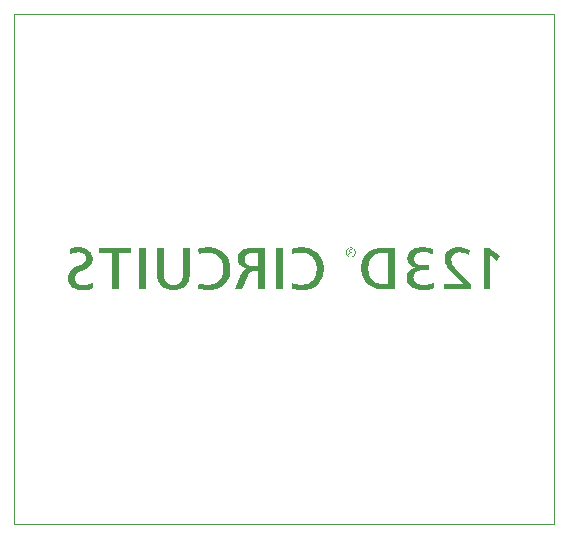
<source format=gbo>
G75*
G71*
%OFA0B0*%
%FSLAX23Y23*%
%IPPOS*%
%LPD*%
%ADD10C,0.1*%
%LPD*%D10*
X0Y0D02*
X0Y100D01*
X0Y200D01*
X0Y300D01*
X0Y400D01*
X0Y500D01*
X0Y600D01*
X0Y700D01*
X0Y800D01*
X0Y900D01*
X0Y1000D01*
X0Y1099D01*
X0Y1199D01*
X0Y1299D01*
X0Y1399D01*
X0Y1499D01*
X0Y1599D01*
X0Y1699D01*
X0Y1799D01*
X0Y1899D01*
X0Y1999D01*
X0Y2099D01*
X0Y2199D01*
X0Y2299D01*
X0Y2399D01*
X0Y2499D01*
X0Y2599D01*
X0Y2699D01*
X0Y2799D01*
X0Y2899D01*
X0Y2999D01*
X0Y3099D01*
X0Y3198D01*
X0Y3298D01*
X0Y3398D01*
X0Y3498D01*
X0Y3598D01*
X0Y3698D01*
X0Y3798D01*
X0Y3898D01*
X0Y3998D01*
X0Y4098D01*
X0Y4198D01*
X0Y4298D01*
X0Y4398D01*
X0Y4498D01*
X0Y4598D01*
X0Y4698D01*
X0Y4798D01*
X0Y4898D01*
X0Y4998D01*
X0Y5098D01*
X0Y5198D01*
X0Y5298D01*
X0Y5397D01*
X0Y5497D01*
X0Y5597D01*
X0Y5697D01*
X0Y5797D01*
X0Y5897D01*
X0Y5997D01*
X0Y6097D01*
X0Y6197D01*
X0Y6297D01*
X0Y6397D01*
X0Y6497D01*
X0Y6597D01*
X0Y6697D01*
X0Y6797D01*
X0Y6897D01*
X0Y6997D01*
X0Y7097D01*
X0Y7197D01*
X0Y7297D01*
X0Y7397D01*
X0Y7496D01*
X0Y7596D01*
X0Y7696D01*
X0Y7796D01*
X0Y7896D01*
X0Y7996D01*
X0Y8096D01*
X0Y8196D01*
X0Y8296D01*
X0Y8396D01*
X0Y8496D01*
X0Y8596D01*
X0Y8696D01*
X0Y8796D01*
X0Y8896D01*
X0Y8996D01*
X0Y9096D01*
X0Y9196D01*
X0Y9296D01*
X0Y9396D01*
X0Y9496D01*
X0Y9596D01*
X0Y9695D01*
X0Y9795D01*
X0Y9895D01*
X0Y9995D01*
X0Y10095D01*
X0Y10195D01*
X0Y10295D01*
X0Y10395D01*
X0Y10495D01*
X0Y10595D01*
X0Y10695D01*
X0Y10795D01*
X0Y10895D01*
X0Y10995D01*
X0Y11095D01*
X0Y11195D01*
X0Y11295D01*
X0Y11395D01*
X0Y11495D01*
X0Y11595D01*
X0Y11695D01*
X0Y11794D01*
X0Y11894D01*
X0Y11994D01*
X0Y12094D01*
X0Y12194D01*
X0Y12294D01*
X0Y12394D01*
X0Y12494D01*
X0Y12594D01*
X0Y12694D01*
X0Y12794D01*
X0Y12894D01*
X0Y12994D01*
X0Y13094D01*
X0Y13194D01*
X0Y13294D01*
X0Y13394D01*
X0Y13494D01*
X0Y13594D01*
X0Y13694D01*
X0Y13794D01*
X0Y13894D01*
X0Y13993D01*
X0Y14093D01*
X0Y14193D01*
X0Y14293D01*
X0Y14393D01*
X0Y14493D01*
X0Y14593D01*
X0Y14693D01*
X0Y14793D01*
X0Y14893D01*
X0Y14993D01*
X0Y15093D01*
X0Y15193D01*
X0Y15293D01*
X0Y15393D01*
X0Y15493D01*
X0Y15593D01*
X0Y15693D01*
X0Y15793D01*
X0Y15893D01*
X0Y15993D01*
X0Y16092D01*
X0Y16192D01*
X0Y16292D01*
X0Y16392D01*
X0Y16492D01*
X0Y16592D01*
X0Y16692D01*
X0Y16792D01*
X0Y16892D01*
X0Y16992D01*
X0Y17092D01*
X0Y17192D01*
X0Y17292D01*
X0Y17392D01*
X0Y17492D01*
X0Y17592D01*
X0Y17692D01*
X0Y17792D01*
X0Y17892D01*
X0Y17992D01*
X0Y18092D01*
X0Y18191D01*
X0Y18291D01*
X0Y18391D01*
X0Y18491D01*
X0Y18591D01*
X0Y18691D01*
X0Y18791D01*
X0Y18891D01*
X0Y18991D01*
X0Y19091D01*
X0Y19191D01*
X0Y19291D01*
X0Y19391D01*
X0Y19491D01*
X0Y19591D01*
X0Y19691D01*
X0Y19791D01*
X0Y19891D01*
X0Y19991D01*
X0Y20091D01*
X0Y20191D01*
X0Y20291D01*
X0Y20390D01*
X0Y20490D01*
X0Y20590D01*
X0Y20690D01*
X0Y20790D01*
X0Y20890D01*
X0Y20990D01*
X0Y21090D01*
X0Y21190D01*
X0Y21290D01*
X0Y21390D01*
X0Y21490D01*
X0Y21590D01*
X0Y21690D01*
X0Y21790D01*
X0Y21890D01*
X0Y21990D01*
X0Y22090D01*
X0Y22190D01*
X0Y22290D01*
X0Y22390D01*
X0Y22489D01*
X0Y22589D01*
X0Y22689D01*
X0Y22789D01*
X0Y22889D01*
X0Y22989D01*
X0Y23089D01*
X0Y23189D01*
X0Y23289D01*
X0Y23389D01*
X0Y23489D01*
X0Y23589D01*
X0Y23689D01*
X0Y23789D01*
X0Y23889D01*
X0Y23989D01*
X0Y24089D01*
X0Y24189D01*
X0Y24289D01*
X0Y24389D01*
X0Y24489D01*
X0Y24589D01*
X0Y24688D01*
X0Y24788D01*
X0Y24888D01*
X0Y24988D01*
X0Y25088D01*
X0Y25188D01*
X0Y25288D01*
X0Y25388D01*
X0Y25488D01*
X0Y25588D01*
X0Y25688D01*
X0Y25788D01*
X0Y25888D01*
X0Y25988D01*
X0Y26088D01*
X0Y26188D01*
X0Y26288D01*
X0Y26388D01*
X0Y26488D01*
X0Y26588D01*
X0Y26688D01*
X0Y26787D01*
X0Y26887D01*
X0Y26987D01*
X0Y27087D01*
X0Y27187D01*
X0Y27287D01*
X0Y27387D01*
X0Y27487D01*
X0Y27587D01*
X0Y27687D01*
X0Y27787D01*
X0Y27887D01*
X0Y27987D01*
X0Y28087D01*
X0Y28187D01*
X0Y28287D01*
X0Y28387D01*
X0Y28487D01*
X0Y28587D01*
X0Y28687D01*
X0Y28787D01*
X0Y28887D01*
X0Y28986D01*
X0Y29086D01*
X0Y29186D01*
X0Y29286D01*
X0Y29386D01*
X0Y29486D01*
X0Y29586D01*
X0Y29686D01*
X0Y29786D01*
X0Y29886D01*
X0Y29986D01*
X0Y30086D01*
X0Y30186D01*
X0Y30286D01*
X0Y30386D01*
X0Y30486D01*
X0Y30586D01*
X0Y30686D01*
X0Y30786D01*
X0Y30886D01*
X0Y30986D01*
X0Y31085D01*
X0Y31185D01*
X0Y31285D01*
X0Y31385D01*
X0Y31485D01*
X0Y31585D01*
X0Y31685D01*
X0Y31785D01*
X0Y31885D01*
X0Y31985D01*
X0Y32085D01*
X0Y32185D01*
X0Y32285D01*
X0Y32385D01*
X0Y32485D01*
X0Y32585D01*
X0Y32685D01*
X0Y32785D01*
X0Y32885D01*
X0Y32985D01*
X0Y33085D01*
X0Y33185D01*
X0Y33284D01*
X0Y33384D01*
X0Y33484D01*
X0Y33584D01*
X0Y33684D01*
X0Y33784D01*
X0Y33884D01*
X0Y33984D01*
X0Y34084D01*
X0Y34184D01*
X0Y34284D01*
X0Y34384D01*
X0Y34484D01*
X0Y34584D01*
X0Y34684D01*
X0Y34784D01*
X0Y34884D01*
X0Y34984D01*
X0Y35084D01*
X0Y35184D01*
X0Y35284D01*
X0Y35384D01*
X0Y35483D01*
X0Y35583D01*
X0Y35683D01*
X0Y35783D01*
X0Y35883D01*
X0Y35983D01*
X0Y36083D01*
X0Y36183D01*
X0Y36283D01*
X0Y36383D01*
X0Y36483D01*
X0Y36583D01*
X0Y36683D01*
X0Y36783D01*
X0Y36883D01*
X0Y36983D01*
X0Y37083D01*
X0Y37183D01*
X0Y37283D01*
X0Y37383D01*
X0Y37483D01*
X0Y37582D01*
X0Y37682D01*
X0Y37782D01*
X0Y37882D01*
X0Y37982D01*
X0Y38082D01*
X0Y38182D01*
X0Y38282D01*
X0Y38382D01*
X0Y38482D01*
X0Y38582D01*
X0Y38682D01*
X0Y38782D01*
X0Y38882D01*
X0Y38982D01*
X0Y39082D01*
X0Y39182D01*
X0Y39282D01*
X0Y39382D01*
X0Y39482D01*
X0Y39582D01*
X0Y39682D01*
X0Y39781D01*
X0Y39881D01*
X0Y39981D01*
X0Y40081D01*
X0Y40181D01*
X0Y40281D01*
X0Y40381D01*
X0Y40481D01*
X0Y40581D01*
X0Y40681D01*
X0Y40781D01*
X0Y40881D01*
X0Y40981D01*
X0Y41081D01*
X0Y41181D01*
X0Y41281D01*
X0Y41381D01*
X0Y41481D01*
X0Y41581D01*
X0Y41681D01*
X0Y41781D01*
X0Y41881D01*
X0Y41980D01*
X0Y42080D01*
X0Y42180D01*
X0Y42280D01*
X0Y42380D01*
X0Y42480D01*
X0Y42580D01*
X0Y42680D01*
X0Y42780D01*
X0Y42880D01*
X0Y42980D01*
X0Y43080D01*
X0Y43180D01*
X100Y43180D01*
X200Y43180D01*
X299Y43180D01*
X399Y43180D01*
X499Y43180D01*
X599Y43180D01*
X699Y43180D01*
X799Y43180D01*
X898Y43180D01*
X998Y43180D01*
X1098Y43180D01*
X1198Y43180D01*
X1298Y43180D01*
X1398Y43180D01*
X1497Y43180D01*
X1597Y43180D01*
X1697Y43180D01*
X1797Y43180D01*
X1897Y43180D01*
X1996Y43180D01*
X2096Y43180D01*
X2196Y43180D01*
X2296Y43180D01*
X2396Y43180D01*
X2496Y43180D01*
X2595Y43180D01*
X2695Y43180D01*
X2795Y43180D01*
X2895Y43180D01*
X2995Y43180D01*
X3095Y43180D01*
X3194Y43180D01*
X3294Y43180D01*
X3394Y43180D01*
X3494Y43180D01*
X3594Y43180D01*
X3694Y43180D01*
X3793Y43180D01*
X3893Y43180D01*
X3993Y43180D01*
X4093Y43180D01*
X4193Y43180D01*
X4292Y43180D01*
X4392Y43180D01*
X4492Y43180D01*
X4592Y43180D01*
X4692Y43180D01*
X4792Y43180D01*
X4891Y43180D01*
X4991Y43180D01*
X5091Y43180D01*
X5191Y43180D01*
X5291Y43180D01*
X5391Y43180D01*
X5490Y43180D01*
X5590Y43180D01*
X5690Y43180D01*
X5790Y43180D01*
X5890Y43180D01*
X5989Y43180D01*
X6089Y43180D01*
X6189Y43180D01*
X6289Y43180D01*
X6389Y43180D01*
X6489Y43180D01*
X6588Y43180D01*
X6688Y43180D01*
X6788Y43180D01*
X6888Y43180D01*
X6988Y43180D01*
X7088Y43180D01*
X7187Y43180D01*
X7287Y43180D01*
X7387Y43180D01*
X7487Y43180D01*
X7587Y43180D01*
X7687Y43180D01*
X7786Y43180D01*
X7886Y43180D01*
X7986Y43180D01*
X8086Y43180D01*
X8186Y43180D01*
X8285Y43180D01*
X8385Y43180D01*
X8485Y43180D01*
X8585Y43180D01*
X8685Y43180D01*
X8785Y43180D01*
X8884Y43180D01*
X8984Y43180D01*
X9084Y43180D01*
X9184Y43180D01*
X9284Y43180D01*
X9384Y43180D01*
X9483Y43180D01*
X9583Y43180D01*
X9683Y43180D01*
X9783Y43180D01*
X9883Y43180D01*
X9982Y43180D01*
X10082Y43180D01*
X10182Y43180D01*
X10282Y43180D01*
X10382Y43180D01*
X10482Y43180D01*
X10581Y43180D01*
X10681Y43180D01*
X10781Y43180D01*
X10881Y43180D01*
X10981Y43180D01*
X11081Y43180D01*
X11180Y43180D01*
X11280Y43180D01*
X11380Y43180D01*
X11480Y43180D01*
X11580Y43180D01*
X11680Y43180D01*
X11779Y43180D01*
X11879Y43180D01*
X11979Y43180D01*
X12079Y43180D01*
X12179Y43180D01*
X12278Y43180D01*
X12378Y43180D01*
X12478Y43180D01*
X12578Y43180D01*
X12678Y43180D01*
X12778Y43180D01*
X12877Y43180D01*
X12977Y43180D01*
X13077Y43180D01*
X13177Y43180D01*
X13277Y43180D01*
X13377Y43180D01*
X13476Y43180D01*
X13576Y43180D01*
X13676Y43180D01*
X13776Y43180D01*
X13876Y43180D01*
X13975Y43180D01*
X14075Y43180D01*
X14175Y43180D01*
X14275Y43180D01*
X14375Y43180D01*
X14475Y43180D01*
X14574Y43180D01*
X14674Y43180D01*
X14774Y43180D01*
X14874Y43180D01*
X14974Y43180D01*
X15074Y43180D01*
X15173Y43180D01*
X15273Y43180D01*
X15373Y43180D01*
X15473Y43180D01*
X15573Y43180D01*
X15672Y43180D01*
X15772Y43180D01*
X15872Y43180D01*
X15972Y43180D01*
X16072Y43180D01*
X16172Y43180D01*
X16271Y43180D01*
X16371Y43180D01*
X16471Y43180D01*
X16571Y43180D01*
X16671Y43180D01*
X16771Y43180D01*
X16870Y43180D01*
X16970Y43180D01*
X17070Y43180D01*
X17170Y43180D01*
X17270Y43180D01*
X17370Y43180D01*
X17469Y43180D01*
X17569Y43180D01*
X17669Y43180D01*
X17769Y43180D01*
X17869Y43180D01*
X17968Y43180D01*
X18068Y43180D01*
X18168Y43180D01*
X18268Y43180D01*
X18368Y43180D01*
X18468Y43180D01*
X18567Y43180D01*
X18667Y43180D01*
X18767Y43180D01*
X18867Y43180D01*
X18967Y43180D01*
X19067Y43180D01*
X19166Y43180D01*
X19266Y43180D01*
X19366Y43180D01*
X19466Y43180D01*
X19566Y43180D01*
X19665Y43180D01*
X19765Y43180D01*
X19865Y43180D01*
X19965Y43180D01*
X20065Y43180D01*
X20165Y43180D01*
X20264Y43180D01*
X20364Y43180D01*
X20464Y43180D01*
X20564Y43180D01*
X20664Y43180D01*
X20764Y43180D01*
X20863Y43180D01*
X20963Y43180D01*
X21063Y43180D01*
X21163Y43180D01*
X21263Y43180D01*
X21363Y43180D01*
X21462Y43180D01*
X21562Y43180D01*
X21662Y43180D01*
X21762Y43180D01*
X21862Y43180D01*
X21961Y43180D01*
X22061Y43180D01*
X22161Y43180D01*
X22261Y43180D01*
X22361Y43180D01*
X22461Y43180D01*
X22560Y43180D01*
X22660Y43180D01*
X22760Y43180D01*
X22860Y43180D01*
X22960Y43180D01*
X23060Y43180D01*
X23159Y43180D01*
X23259Y43180D01*
X23359Y43180D01*
X23459Y43180D01*
X23559Y43180D01*
X23659Y43180D01*
X23758Y43180D01*
X23858Y43180D01*
X23958Y43180D01*
X24058Y43180D01*
X24158Y43180D01*
X24257Y43180D01*
X24357Y43180D01*
X24457Y43180D01*
X24557Y43180D01*
X24657Y43180D01*
X24757Y43180D01*
X24856Y43180D01*
X24956Y43180D01*
X25056Y43180D01*
X25156Y43180D01*
X25256Y43180D01*
X25356Y43180D01*
X25455Y43180D01*
X25555Y43180D01*
X25655Y43180D01*
X25755Y43180D01*
X25855Y43180D01*
X25954Y43180D01*
X26054Y43180D01*
X26154Y43180D01*
X26254Y43180D01*
X26354Y43180D01*
X26454Y43180D01*
X26553Y43180D01*
X26653Y43180D01*
X26753Y43180D01*
X26853Y43180D01*
X26953Y43180D01*
X27053Y43180D01*
X27152Y43180D01*
X27252Y43180D01*
X27352Y43180D01*
X27452Y43180D01*
X27552Y43180D01*
X27651Y43180D01*
X27751Y43180D01*
X27851Y43180D01*
X27951Y43180D01*
X28051Y43180D01*
X28151Y43180D01*
X28250Y43180D01*
X28350Y43180D01*
X28450Y43180D01*
X28550Y43180D01*
X28650Y43180D01*
X28750Y43180D01*
X28849Y43180D01*
X28949Y43180D01*
X29049Y43180D01*
X29149Y43180D01*
X29249Y43180D01*
X29349Y43180D01*
X29448Y43180D01*
X29548Y43180D01*
X29648Y43180D01*
X29748Y43180D01*
X29848Y43180D01*
X29947Y43180D01*
X30047Y43180D01*
X30147Y43180D01*
X30247Y43180D01*
X30347Y43180D01*
X30447Y43180D01*
X30546Y43180D01*
X30646Y43180D01*
X30746Y43180D01*
X30846Y43180D01*
X30946Y43180D01*
X31046Y43180D01*
X31145Y43180D01*
X31245Y43180D01*
X31345Y43180D01*
X31445Y43180D01*
X31545Y43180D01*
X31645Y43180D01*
X31744Y43180D01*
X31844Y43180D01*
X31944Y43180D01*
X32044Y43180D01*
X32144Y43180D01*
X32243Y43180D01*
X32343Y43180D01*
X32443Y43180D01*
X32543Y43180D01*
X32643Y43180D01*
X32743Y43180D01*
X32842Y43180D01*
X32942Y43180D01*
X33042Y43180D01*
X33142Y43180D01*
X33242Y43180D01*
X33342Y43180D01*
X33441Y43180D01*
X33541Y43180D01*
X33641Y43180D01*
X33741Y43180D01*
X33841Y43180D01*
X33940Y43180D01*
X34040Y43180D01*
X34140Y43180D01*
X34240Y43180D01*
X34340Y43180D01*
X34440Y43180D01*
X34539Y43180D01*
X34639Y43180D01*
X34739Y43180D01*
X34839Y43180D01*
X34939Y43180D01*
X35039Y43180D01*
X35138Y43180D01*
X35238Y43180D01*
X35338Y43180D01*
X35438Y43180D01*
X35538Y43180D01*
X35638Y43180D01*
X35737Y43180D01*
X35837Y43180D01*
X35937Y43180D01*
X36037Y43180D01*
X36137Y43180D01*
X36236Y43180D01*
X36336Y43180D01*
X36436Y43180D01*
X36536Y43180D01*
X36636Y43180D01*
X36736Y43180D01*
X36835Y43180D01*
X36935Y43180D01*
X37035Y43180D01*
X37135Y43180D01*
X37235Y43180D01*
X37335Y43180D01*
X37434Y43180D01*
X37534Y43180D01*
X37634Y43180D01*
X37734Y43180D01*
X37834Y43180D01*
X37934Y43180D01*
X38033Y43180D01*
X38133Y43180D01*
X38233Y43180D01*
X38333Y43180D01*
X38433Y43180D01*
X38532Y43180D01*
X38632Y43180D01*
X38732Y43180D01*
X38832Y43180D01*
X38932Y43180D01*
X39032Y43180D01*
X39131Y43180D01*
X39231Y43180D01*
X39331Y43180D01*
X39431Y43180D01*
X39531Y43180D01*
X39631Y43180D01*
X39730Y43180D01*
X39830Y43180D01*
X39930Y43180D01*
X40030Y43180D01*
X40130Y43180D01*
X40230Y43180D01*
X40329Y43180D01*
X40429Y43180D01*
X40529Y43180D01*
X40629Y43180D01*
X40729Y43180D01*
X40828Y43180D01*
X40928Y43180D01*
X41028Y43180D01*
X41128Y43180D01*
X41228Y43180D01*
X41328Y43180D01*
X41427Y43180D01*
X41527Y43180D01*
X41627Y43180D01*
X41727Y43180D01*
X41827Y43180D01*
X41927Y43180D01*
X42026Y43180D01*
X42126Y43180D01*
X42226Y43180D01*
X42326Y43180D01*
X42426Y43180D01*
X42525Y43180D01*
X42625Y43180D01*
X42725Y43180D01*
X42825Y43180D01*
X42925Y43180D01*
X43025Y43180D01*
X43124Y43180D01*
X43224Y43180D01*
X43324Y43180D01*
X43424Y43180D01*
X43524Y43180D01*
X43624Y43180D01*
X43723Y43180D01*
X43823Y43180D01*
X43923Y43180D01*
X44023Y43180D01*
X44123Y43180D01*
X44223Y43180D01*
X44322Y43180D01*
X44422Y43180D01*
X44522Y43180D01*
X44622Y43180D01*
X44722Y43180D01*
X44822Y43180D01*
X44921Y43180D01*
X45021Y43180D01*
X45121Y43180D01*
X45221Y43180D01*
X45321Y43180D01*
X45420Y43180D01*
X45520Y43180D01*
X45620Y43180D01*
X45720Y43180D01*
X45720Y43080D01*
X45720Y42980D01*
X45720Y42880D01*
X45720Y42780D01*
X45720Y42680D01*
X45720Y42580D01*
X45720Y42480D01*
X45720Y42380D01*
X45720Y42280D01*
X45720Y42180D01*
X45720Y42081D01*
X45720Y41981D01*
X45720Y41881D01*
X45720Y41781D01*
X45720Y41681D01*
X45720Y41581D01*
X45720Y41481D01*
X45720Y41381D01*
X45720Y41281D01*
X45720Y41181D01*
X45720Y41081D01*
X45720Y40981D01*
X45720Y40881D01*
X45720Y40781D01*
X45720Y40681D01*
X45720Y40581D01*
X45720Y40481D01*
X45720Y40381D01*
X45720Y40281D01*
X45720Y40181D01*
X45720Y40081D01*
X45720Y39982D01*
X45720Y39882D01*
X45720Y39782D01*
X45720Y39682D01*
X45720Y39582D01*
X45720Y39482D01*
X45720Y39382D01*
X45720Y39282D01*
X45720Y39182D01*
X45720Y39082D01*
X45720Y38982D01*
X45720Y38882D01*
X45720Y38782D01*
X45720Y38682D01*
X45720Y38582D01*
X45720Y38482D01*
X45720Y38382D01*
X45720Y38282D01*
X45720Y38182D01*
X45720Y38082D01*
X45720Y37982D01*
X45720Y37882D01*
X45720Y37783D01*
X45720Y37683D01*
X45720Y37583D01*
X45720Y37483D01*
X45720Y37383D01*
X45720Y37283D01*
X45720Y37183D01*
X45720Y37083D01*
X45720Y36983D01*
X45720Y36883D01*
X45720Y36783D01*
X45720Y36683D01*
X45720Y36583D01*
X45720Y36483D01*
X45720Y36383D01*
X45720Y36283D01*
X45720Y36183D01*
X45720Y36083D01*
X45720Y35983D01*
X45720Y35883D01*
X45720Y35783D01*
X45720Y35684D01*
X45720Y35584D01*
X45720Y35484D01*
X45720Y35384D01*
X45720Y35284D01*
X45720Y35184D01*
X45720Y35084D01*
X45720Y34984D01*
X45720Y34884D01*
X45720Y34784D01*
X45720Y34684D01*
X45720Y34584D01*
X45720Y34484D01*
X45720Y34384D01*
X45720Y34284D01*
X45720Y34184D01*
X45720Y34084D01*
X45720Y33984D01*
X45720Y33884D01*
X45720Y33784D01*
X45720Y33684D01*
X45720Y33584D01*
X45720Y33485D01*
X45720Y33385D01*
X45720Y33285D01*
X45720Y33185D01*
X45720Y33085D01*
X45720Y32985D01*
X45720Y32885D01*
X45720Y32785D01*
X45720Y32685D01*
X45720Y32585D01*
X45720Y32485D01*
X45720Y32385D01*
X45720Y32285D01*
X45720Y32185D01*
X45720Y32085D01*
X45720Y31985D01*
X45720Y31885D01*
X45720Y31785D01*
X45720Y31685D01*
X45720Y31585D01*
X45720Y31485D01*
X45720Y31386D01*
X45720Y31286D01*
X45720Y31186D01*
X45720Y31086D01*
X45720Y30986D01*
X45720Y30886D01*
X45720Y30786D01*
X45720Y30686D01*
X45720Y30586D01*
X45720Y30486D01*
X45720Y30386D01*
X45720Y30286D01*
X45720Y30186D01*
X45720Y30086D01*
X45720Y29986D01*
X45720Y29886D01*
X45720Y29786D01*
X45720Y29686D01*
X45720Y29586D01*
X45720Y29486D01*
X45720Y29386D01*
X45720Y29286D01*
X45720Y29187D01*
X45720Y29087D01*
X45720Y28987D01*
X45720Y28887D01*
X45720Y28787D01*
X45720Y28687D01*
X45720Y28587D01*
X45720Y28487D01*
X45720Y28387D01*
X45720Y28287D01*
X45720Y28187D01*
X45720Y28087D01*
X45720Y27987D01*
X45720Y27887D01*
X45720Y27787D01*
X45720Y27687D01*
X45720Y27587D01*
X45720Y27487D01*
X45720Y27387D01*
X45720Y27287D01*
X45720Y27187D01*
X45720Y27088D01*
X45720Y26988D01*
X45720Y26888D01*
X45720Y26788D01*
X45720Y26688D01*
X45720Y26588D01*
X45720Y26488D01*
X45720Y26388D01*
X45720Y26288D01*
X45720Y26188D01*
X45720Y26088D01*
X45720Y25988D01*
X45720Y25888D01*
X45720Y25788D01*
X45720Y25688D01*
X45720Y25588D01*
X45720Y25488D01*
X45720Y25388D01*
X45720Y25288D01*
X45720Y25188D01*
X45720Y25088D01*
X45720Y24989D01*
X45720Y24889D01*
X45720Y24789D01*
X45720Y24689D01*
X45720Y24589D01*
X45720Y24489D01*
X45720Y24389D01*
X45720Y24289D01*
X45720Y24189D01*
X45720Y24089D01*
X45720Y23989D01*
X45720Y23889D01*
X45720Y23789D01*
X45720Y23689D01*
X45720Y23589D01*
X45720Y23489D01*
X45720Y23389D01*
X45720Y23289D01*
X45720Y23189D01*
X45720Y23089D01*
X45720Y22989D01*
X45720Y22889D01*
X45720Y22790D01*
X45720Y22690D01*
X45720Y22590D01*
X45720Y22490D01*
X45720Y22390D01*
X45720Y22290D01*
X45720Y22190D01*
X45720Y22090D01*
X45720Y21990D01*
X45720Y21890D01*
X45720Y21790D01*
X45720Y21690D01*
X45720Y21590D01*
X45720Y21490D01*
X45720Y21390D01*
X45720Y21290D01*
X45720Y21190D01*
X45720Y21090D01*
X45720Y20990D01*
X45720Y20890D01*
X45720Y20790D01*
X45720Y20691D01*
X45720Y20591D01*
X45720Y20491D01*
X45720Y20391D01*
X45720Y20291D01*
X45720Y20191D01*
X45720Y20091D01*
X45720Y19991D01*
X45720Y19891D01*
X45720Y19791D01*
X45720Y19691D01*
X45720Y19591D01*
X45720Y19491D01*
X45720Y19391D01*
X45720Y19291D01*
X45720Y19191D01*
X45720Y19091D01*
X45720Y18991D01*
X45720Y18891D01*
X45720Y18791D01*
X45720Y18691D01*
X45720Y18591D01*
X45720Y18492D01*
X45720Y18392D01*
X45720Y18292D01*
X45720Y18192D01*
X45720Y18092D01*
X45720Y17992D01*
X45720Y17892D01*
X45720Y17792D01*
X45720Y17692D01*
X45720Y17592D01*
X45720Y17492D01*
X45720Y17392D01*
X45720Y17292D01*
X45720Y17192D01*
X45720Y17092D01*
X45720Y16992D01*
X45720Y16892D01*
X45720Y16792D01*
X45720Y16692D01*
X45720Y16592D01*
X45720Y16492D01*
X45720Y16393D01*
X45720Y16293D01*
X45720Y16193D01*
X45720Y16093D01*
X45720Y15993D01*
X45720Y15893D01*
X45720Y15793D01*
X45720Y15693D01*
X45720Y15593D01*
X45720Y15493D01*
X45720Y15393D01*
X45720Y15293D01*
X45720Y15193D01*
X45720Y15093D01*
X45720Y14993D01*
X45720Y14893D01*
X45720Y14793D01*
X45720Y14693D01*
X45720Y14593D01*
X45720Y14493D01*
X45720Y14393D01*
X45720Y14293D01*
X45720Y14194D01*
X45720Y14094D01*
X45720Y13994D01*
X45720Y13894D01*
X45720Y13794D01*
X45720Y13694D01*
X45720Y13594D01*
X45720Y13494D01*
X45720Y13394D01*
X45720Y13294D01*
X45720Y13194D01*
X45720Y13094D01*
X45720Y12994D01*
X45720Y12894D01*
X45720Y12794D01*
X45720Y12694D01*
X45720Y12594D01*
X45720Y12494D01*
X45720Y12394D01*
X45720Y12294D01*
X45720Y12194D01*
X45720Y12095D01*
X45720Y11995D01*
X45720Y11895D01*
X45720Y11795D01*
X45720Y11695D01*
X45720Y11595D01*
X45720Y11495D01*
X45720Y11395D01*
X45720Y11295D01*
X45720Y11195D01*
X45720Y11095D01*
X45720Y10995D01*
X45720Y10895D01*
X45720Y10795D01*
X45720Y10695D01*
X45720Y10595D01*
X45720Y10495D01*
X45720Y10395D01*
X45720Y10295D01*
X45720Y10195D01*
X45720Y10095D01*
X45720Y9995D01*
X45720Y9896D01*
X45720Y9796D01*
X45720Y9696D01*
X45720Y9596D01*
X45720Y9496D01*
X45720Y9396D01*
X45720Y9296D01*
X45720Y9196D01*
X45720Y9096D01*
X45720Y8996D01*
X45720Y8896D01*
X45720Y8796D01*
X45720Y8696D01*
X45720Y8596D01*
X45720Y8496D01*
X45720Y8396D01*
X45720Y8296D01*
X45720Y8196D01*
X45720Y8096D01*
X45720Y7996D01*
X45720Y7896D01*
X45720Y7796D01*
X45720Y7697D01*
X45720Y7597D01*
X45720Y7497D01*
X45720Y7397D01*
X45720Y7297D01*
X45720Y7197D01*
X45720Y7097D01*
X45720Y6997D01*
X45720Y6897D01*
X45720Y6797D01*
X45720Y6697D01*
X45720Y6597D01*
X45720Y6497D01*
X45720Y6397D01*
X45720Y6297D01*
X45720Y6197D01*
X45720Y6097D01*
X45720Y5997D01*
X45720Y5897D01*
X45720Y5797D01*
X45720Y5697D01*
X45720Y5598D01*
X45720Y5498D01*
X45720Y5398D01*
X45720Y5298D01*
X45720Y5198D01*
X45720Y5098D01*
X45720Y4998D01*
X45720Y4898D01*
X45720Y4798D01*
X45720Y4698D01*
X45720Y4598D01*
X45720Y4498D01*
X45720Y4398D01*
X45720Y4298D01*
X45720Y4198D01*
X45720Y4098D01*
X45720Y3998D01*
X45720Y3898D01*
X45720Y3798D01*
X45720Y3698D01*
X45720Y3598D01*
X45720Y3498D01*
X45720Y3399D01*
X45720Y3299D01*
X45720Y3199D01*
X45720Y3099D01*
X45720Y2999D01*
X45720Y2899D01*
X45720Y2799D01*
X45720Y2699D01*
X45720Y2599D01*
X45720Y2499D01*
X45720Y2399D01*
X45720Y2299D01*
X45720Y2199D01*
X45720Y2099D01*
X45720Y1999D01*
X45720Y1899D01*
X45720Y1799D01*
X45720Y1699D01*
X45720Y1599D01*
X45720Y1499D01*
X45720Y1399D01*
X45720Y1299D01*
X45720Y1200D01*
X45720Y1100D01*
X45720Y1000D01*
X45720Y900D01*
X45720Y800D01*
X45720Y700D01*
X45720Y600D01*
X45720Y500D01*
X45720Y400D01*
X45720Y300D01*
X45720Y200D01*
X45720Y100D01*
X45720Y0D01*
X45620Y0D01*
X45520Y0D01*
X45421Y0D01*
X45321Y0D01*
X45221Y0D01*
X45121Y0D01*
X45021Y0D01*
X44921Y0D01*
X44822Y0D01*
X44722Y0D01*
X44622Y0D01*
X44522Y0D01*
X44422Y0D01*
X44322Y0D01*
X44223Y0D01*
X44123Y0D01*
X44023Y0D01*
X43923Y0D01*
X43823Y0D01*
X43724Y0D01*
X43624Y0D01*
X43524Y0D01*
X43424Y0D01*
X43324Y0D01*
X43224Y0D01*
X43125Y0D01*
X43025Y0D01*
X42925Y0D01*
X42825Y0D01*
X42725Y0D01*
X42625Y0D01*
X42526Y0D01*
X42426Y0D01*
X42326Y0D01*
X42226Y0D01*
X42126Y0D01*
X42026Y0D01*
X41927Y0D01*
X41827Y0D01*
X41727Y0D01*
X41627Y0D01*
X41527Y0D01*
X41428Y0D01*
X41328Y0D01*
X41228Y0D01*
X41128Y0D01*
X41028Y0D01*
X40928Y0D01*
X40829Y0D01*
X40729Y0D01*
X40629Y0D01*
X40529Y0D01*
X40429Y0D01*
X40329Y0D01*
X40230Y0D01*
X40130Y0D01*
X40030Y0D01*
X39930Y0D01*
X39830Y0D01*
X39731Y0D01*
X39631Y0D01*
X39531Y0D01*
X39431Y0D01*
X39331Y0D01*
X39231Y0D01*
X39132Y0D01*
X39032Y0D01*
X38932Y0D01*
X38832Y0D01*
X38732Y0D01*
X38632Y0D01*
X38533Y0D01*
X38433Y0D01*
X38333Y0D01*
X38233Y0D01*
X38133Y0D01*
X38033Y0D01*
X37934Y0D01*
X37834Y0D01*
X37734Y0D01*
X37634Y0D01*
X37534Y0D01*
X37435Y0D01*
X37335Y0D01*
X37235Y0D01*
X37135Y0D01*
X37035Y0D01*
X36935Y0D01*
X36836Y0D01*
X36736Y0D01*
X36636Y0D01*
X36536Y0D01*
X36436Y0D01*
X36336Y0D01*
X36237Y0D01*
X36137Y0D01*
X36037Y0D01*
X35937Y0D01*
X35837Y0D01*
X35738Y0D01*
X35638Y0D01*
X35538Y0D01*
X35438Y0D01*
X35338Y0D01*
X35238Y0D01*
X35139Y0D01*
X35039Y0D01*
X34939Y0D01*
X34839Y0D01*
X34739Y0D01*
X34639Y0D01*
X34540Y0D01*
X34440Y0D01*
X34340Y0D01*
X34240Y0D01*
X34140Y0D01*
X34040Y0D01*
X33941Y0D01*
X33841Y0D01*
X33741Y0D01*
X33641Y0D01*
X33541Y0D01*
X33442Y0D01*
X33342Y0D01*
X33242Y0D01*
X33142Y0D01*
X33042Y0D01*
X32942Y0D01*
X32843Y0D01*
X32743Y0D01*
X32643Y0D01*
X32543Y0D01*
X32443Y0D01*
X32343Y0D01*
X32244Y0D01*
X32144Y0D01*
X32044Y0D01*
X31944Y0D01*
X31844Y0D01*
X31745Y0D01*
X31645Y0D01*
X31545Y0D01*
X31445Y0D01*
X31345Y0D01*
X31245Y0D01*
X31146Y0D01*
X31046Y0D01*
X30946Y0D01*
X30846Y0D01*
X30746Y0D01*
X30646Y0D01*
X30547Y0D01*
X30447Y0D01*
X30347Y0D01*
X30247Y0D01*
X30147Y0D01*
X30048Y0D01*
X29948Y0D01*
X29848Y0D01*
X29748Y0D01*
X29648Y0D01*
X29548Y0D01*
X29449Y0D01*
X29349Y0D01*
X29249Y0D01*
X29149Y0D01*
X29049Y0D01*
X28949Y0D01*
X28850Y0D01*
X28750Y0D01*
X28650Y0D01*
X28550Y0D01*
X28450Y0D01*
X28350Y0D01*
X28251Y0D01*
X28151Y0D01*
X28051Y0D01*
X27951Y0D01*
X27851Y0D01*
X27752Y0D01*
X27652Y0D01*
X27552Y0D01*
X27452Y0D01*
X27352Y0D01*
X27252Y0D01*
X27153Y0D01*
X27053Y0D01*
X26953Y0D01*
X26853Y0D01*
X26753Y0D01*
X26653Y0D01*
X26554Y0D01*
X26454Y0D01*
X26354Y0D01*
X26254Y0D01*
X26154Y0D01*
X26055Y0D01*
X25955Y0D01*
X25855Y0D01*
X25755Y0D01*
X25655Y0D01*
X25555Y0D01*
X25456Y0D01*
X25356Y0D01*
X25256Y0D01*
X25156Y0D01*
X25056Y0D01*
X24956Y0D01*
X24857Y0D01*
X24757Y0D01*
X24657Y0D01*
X24557Y0D01*
X24457Y0D01*
X24357Y0D01*
X24258Y0D01*
X24158Y0D01*
X24058Y0D01*
X23958Y0D01*
X23858Y0D01*
X23759Y0D01*
X23659Y0D01*
X23559Y0D01*
X23459Y0D01*
X23359Y0D01*
X23259Y0D01*
X23160Y0D01*
X23060Y0D01*
X22960Y0D01*
X22860Y0D01*
X22760Y0D01*
X22660Y0D01*
X22561Y0D01*
X22461Y0D01*
X22361Y0D01*
X22261Y0D01*
X22161Y0D01*
X22061Y0D01*
X21962Y0D01*
X21862Y0D01*
X21762Y0D01*
X21662Y0D01*
X21562Y0D01*
X21463Y0D01*
X21363Y0D01*
X21263Y0D01*
X21163Y0D01*
X21063Y0D01*
X20963Y0D01*
X20864Y0D01*
X20764Y0D01*
X20664Y0D01*
X20564Y0D01*
X20464Y0D01*
X20364Y0D01*
X20265Y0D01*
X20165Y0D01*
X20065Y0D01*
X19965Y0D01*
X19865Y0D01*
X19766Y0D01*
X19666Y0D01*
X19566Y0D01*
X19466Y0D01*
X19366Y0D01*
X19266Y0D01*
X19167Y0D01*
X19067Y0D01*
X18967Y0D01*
X18867Y0D01*
X18767Y0D01*
X18667Y0D01*
X18568Y0D01*
X18468Y0D01*
X18368Y0D01*
X18268Y0D01*
X18168Y0D01*
X18069Y0D01*
X17969Y0D01*
X17869Y0D01*
X17769Y0D01*
X17669Y0D01*
X17569Y0D01*
X17470Y0D01*
X17370Y0D01*
X17270Y0D01*
X17170Y0D01*
X17070Y0D01*
X16970Y0D01*
X16871Y0D01*
X16771Y0D01*
X16671Y0D01*
X16571Y0D01*
X16471Y0D01*
X16371Y0D01*
X16272Y0D01*
X16172Y0D01*
X16072Y0D01*
X15972Y0D01*
X15872Y0D01*
X15773Y0D01*
X15673Y0D01*
X15573Y0D01*
X15473Y0D01*
X15373Y0D01*
X15273Y0D01*
X15174Y0D01*
X15074Y0D01*
X14974Y0D01*
X14874Y0D01*
X14774Y0D01*
X14674Y0D01*
X14575Y0D01*
X14475Y0D01*
X14375Y0D01*
X14275Y0D01*
X14175Y0D01*
X14075Y0D01*
X13976Y0D01*
X13876Y0D01*
X13776Y0D01*
X13676Y0D01*
X13576Y0D01*
X13477Y0D01*
X13377Y0D01*
X13277Y0D01*
X13177Y0D01*
X13077Y0D01*
X12977Y0D01*
X12878Y0D01*
X12778Y0D01*
X12678Y0D01*
X12578Y0D01*
X12478Y0D01*
X12378Y0D01*
X12279Y0D01*
X12179Y0D01*
X12079Y0D01*
X11979Y0D01*
X11879Y0D01*
X11780Y0D01*
X11680Y0D01*
X11580Y0D01*
X11480Y0D01*
X11380Y0D01*
X11280Y0D01*
X11181Y0D01*
X11081Y0D01*
X10981Y0D01*
X10881Y0D01*
X10781Y0D01*
X10681Y0D01*
X10582Y0D01*
X10482Y0D01*
X10382Y0D01*
X10282Y0D01*
X10182Y0D01*
X10082Y0D01*
X9983Y0D01*
X9883Y0D01*
X9783Y0D01*
X9683Y0D01*
X9583Y0D01*
X9484Y0D01*
X9384Y0D01*
X9284Y0D01*
X9184Y0D01*
X9084Y0D01*
X8984Y0D01*
X8885Y0D01*
X8785Y0D01*
X8685Y0D01*
X8585Y0D01*
X8485Y0D01*
X8385Y0D01*
X8286Y0D01*
X8186Y0D01*
X8086Y0D01*
X7986Y0D01*
X7886Y0D01*
X7786Y0D01*
X7687Y0D01*
X7587Y0D01*
X7487Y0D01*
X7387Y0D01*
X7287Y0D01*
X7188Y0D01*
X7088Y0D01*
X6988Y0D01*
X6888Y0D01*
X6788Y0D01*
X6688Y0D01*
X6589Y0D01*
X6489Y0D01*
X6389Y0D01*
X6289Y0D01*
X6189Y0D01*
X6089Y0D01*
X5990Y0D01*
X5890Y0D01*
X5790Y0D01*
X5690Y0D01*
X5590Y0D01*
X5490Y0D01*
X5391Y0D01*
X5291Y0D01*
X5191Y0D01*
X5091Y0D01*
X4991Y0D01*
X4892Y0D01*
X4792Y0D01*
X4692Y0D01*
X4592Y0D01*
X4492Y0D01*
X4392Y0D01*
X4293Y0D01*
X4193Y0D01*
X4093Y0D01*
X3993Y0D01*
X3893Y0D01*
X3793Y0D01*
X3694Y0D01*
X3594Y0D01*
X3494Y0D01*
X3394Y0D01*
X3294Y0D01*
X3195Y0D01*
X3095Y0D01*
X2995Y0D01*
X2895Y0D01*
X2795Y0D01*
X2695Y0D01*
X2596Y0D01*
X2496Y0D01*
X2396Y0D01*
X2296Y0D01*
X2196Y0D01*
X2096Y0D01*
X1997Y0D01*
X1897Y0D01*
X1797Y0D01*
X1697Y0D01*
X1597Y0D01*
X1497Y0D01*
X1398Y0D01*
X1298Y0D01*
X1198Y0D01*
X1098Y0D01*
X998Y0D01*
X898Y0D01*
X799Y0D01*
X699Y0D01*
X599Y0D01*
X499Y0D01*
X399Y0D01*
X300Y0D01*
X200Y0D01*
X100Y0D01*
X0Y0D01*
X0Y0D01*
G36*
X40295Y19838D02*
X40295Y22764D01*
X40921Y22258D01*
X41148Y22638D01*
X40227Y23348D01*
X39743Y23348D01*
X39743Y19838D01*
X40295Y19838D01*
G37*
G36*
X38684Y19838D02*
X38684Y20269D01*
X37510Y21468D01*
X37357Y21641D01*
X37221Y21822D01*
X37162Y21914D01*
X37111Y22008D01*
X37069Y22103D01*
X37038Y22198D01*
X37017Y22295D01*
X37010Y22390D01*
X37014Y22457D01*
X37025Y22521D01*
X37042Y22580D01*
X37065Y22636D01*
X37094Y22687D01*
X37128Y22734D01*
X37168Y22776D01*
X37212Y22815D01*
X37260Y22849D01*
X37311Y22879D01*
X37366Y22905D01*
X37423Y22926D01*
X37484Y22942D01*
X37545Y22955D01*
X37609Y22962D01*
X37674Y22964D01*
X37791Y22959D01*
X37904Y22946D01*
X38069Y22910D01*
X38176Y22878D01*
X38385Y22798D01*
X38537Y22727D01*
X38563Y23180D01*
X38335Y23268D01*
X38098Y23338D01*
X37977Y23364D01*
X37855Y23384D01*
X37731Y23397D01*
X37605Y23401D01*
X37490Y23397D01*
X37379Y23388D01*
X37269Y23371D01*
X37164Y23346D01*
X37063Y23316D01*
X36966Y23277D01*
X36877Y23230D01*
X36792Y23176D01*
X36716Y23113D01*
X36647Y23043D01*
X36588Y22964D01*
X36537Y22877D01*
X36496Y22781D01*
X36467Y22675D01*
X36448Y22561D01*
X36442Y22438D01*
X36449Y22320D01*
X36471Y22205D01*
X36506Y22091D01*
X36552Y21979D01*
X36608Y21870D01*
X36673Y21762D01*
X36823Y21554D01*
X38011Y20263D01*
X36384Y20263D01*
X36384Y19838D01*
X38684Y19838D01*
X38684Y19838D01*
G37*
G36*
X35537Y20369D02*
X35433Y20331D01*
X35327Y20297D01*
X35108Y20249D01*
X34888Y20220D01*
X34679Y20211D01*
X34592Y20213D01*
X34508Y20221D01*
X34426Y20233D01*
X34347Y20250D01*
X34271Y20272D01*
X34200Y20300D01*
X34133Y20333D01*
X34070Y20372D01*
X34014Y20416D01*
X33963Y20466D01*
X33918Y20522D01*
X33880Y20584D01*
X33850Y20652D01*
X33828Y20727D01*
X33815Y20808D01*
X33810Y20895D01*
X33815Y20975D01*
X33828Y21049D01*
X33851Y21114D01*
X33881Y21173D01*
X33919Y21227D01*
X33964Y21274D01*
X34015Y21314D01*
X34070Y21350D01*
X34131Y21380D01*
X34197Y21406D01*
X34266Y21426D01*
X34338Y21442D01*
X34413Y21454D01*
X34568Y21467D01*
X35110Y21469D01*
X35110Y21864D01*
X34625Y21866D01*
X34455Y21880D01*
X34376Y21893D01*
X34300Y21911D01*
X34230Y21933D01*
X34165Y21960D01*
X34105Y21992D01*
X34051Y22030D01*
X34003Y22073D01*
X33962Y22122D01*
X33927Y22177D01*
X33899Y22238D01*
X33879Y22307D01*
X33866Y22381D01*
X33862Y22464D01*
X33867Y22536D01*
X33880Y22601D01*
X33901Y22661D01*
X33930Y22714D01*
X33965Y22762D01*
X34007Y22805D01*
X34055Y22842D01*
X34107Y22874D01*
X34164Y22902D01*
X34225Y22925D01*
X34289Y22945D01*
X34355Y22960D01*
X34424Y22972D01*
X34565Y22984D01*
X34733Y22982D01*
X34935Y22959D01*
X35142Y22917D01*
X35345Y22854D01*
X35442Y22817D01*
X35474Y23248D01*
X35250Y23314D01*
X35023Y23362D01*
X34792Y23391D01*
X34557Y23401D01*
X34326Y23390D01*
X34212Y23376D01*
X34101Y23357D01*
X33993Y23330D01*
X33888Y23297D01*
X33790Y23257D01*
X33697Y23209D01*
X33612Y23153D01*
X33535Y23089D01*
X33467Y23016D01*
X33409Y22934D01*
X33363Y22844D01*
X33328Y22743D01*
X33306Y22632D01*
X33299Y22512D01*
X33303Y22429D01*
X33313Y22351D01*
X33329Y22278D01*
X33352Y22207D01*
X33381Y22142D01*
X33415Y22079D01*
X33454Y22021D01*
X33499Y21967D01*
X33549Y21917D01*
X33603Y21871D01*
X33662Y21829D01*
X33726Y21791D01*
X33793Y21757D01*
X33863Y21727D01*
X33938Y21701D01*
X34015Y21679D01*
X33935Y21667D01*
X33858Y21647D01*
X33782Y21624D01*
X33710Y21594D01*
X33642Y21561D01*
X33577Y21522D01*
X33517Y21479D01*
X33461Y21431D01*
X33411Y21378D01*
X33365Y21322D01*
X33326Y21260D01*
X33292Y21194D01*
X33267Y21124D01*
X33247Y21050D01*
X33235Y20972D01*
X33231Y20890D01*
X33239Y20748D01*
X33263Y20617D01*
X33301Y20497D01*
X33353Y20386D01*
X33418Y20285D01*
X33494Y20194D01*
X33582Y20113D01*
X33678Y20041D01*
X33782Y19978D01*
X33895Y19924D01*
X34015Y19879D01*
X34139Y19842D01*
X34268Y19815D01*
X34401Y19795D01*
X34536Y19783D01*
X34849Y19783D01*
X35075Y19803D01*
X35295Y19840D01*
X35403Y19867D01*
X35568Y19916D01*
X35537Y20369D01*
X35537Y20369D01*
X35537Y20369D01*
G37*
G36*
X29402Y21852D02*
X29424Y22047D01*
X29462Y22228D01*
X29515Y22396D01*
X29582Y22549D01*
X29663Y22689D01*
X29758Y22815D01*
X29866Y22928D01*
X29989Y23027D01*
X30123Y23112D01*
X30270Y23185D01*
X30431Y23244D01*
X30602Y23290D01*
X30786Y23322D01*
X30982Y23342D01*
X32268Y23348D01*
X32268Y21655D01*
X31694Y21655D01*
X31694Y22922D01*
X31096Y22917D01*
X30955Y22900D01*
X30824Y22873D01*
X30702Y22836D01*
X30589Y22788D01*
X30486Y22730D01*
X30393Y22662D01*
X30310Y22585D01*
X30236Y22497D01*
X30172Y22402D01*
X30117Y22296D01*
X30073Y22182D01*
X30039Y22060D01*
X30014Y21929D01*
X29998Y21790D01*
X29993Y21643D01*
X29999Y21474D01*
X30017Y21316D01*
X30046Y21169D01*
X30086Y21034D01*
X30138Y20910D01*
X30201Y20797D01*
X30275Y20695D01*
X30359Y20604D01*
X30455Y20523D01*
X30560Y20455D01*
X30676Y20396D01*
X30802Y20348D01*
X30938Y20311D01*
X31084Y20285D01*
X31239Y20269D01*
X31694Y20263D01*
X31694Y21655D01*
X32268Y21655D01*
X32268Y19838D01*
X31133Y19844D01*
X30930Y19865D01*
X30736Y19899D01*
X30553Y19948D01*
X30380Y20010D01*
X30219Y20086D01*
X30071Y20177D01*
X29936Y20282D01*
X29814Y20401D01*
X29706Y20535D01*
X29613Y20683D01*
X29536Y20846D01*
X29474Y21023D01*
X29430Y21215D01*
X29402Y21421D01*
X29393Y21643D01*
X29402Y21852D01*
G37*
G36*
X28075Y23010D02*
X28082Y23053D01*
X28092Y23092D01*
X28106Y23131D01*
X28124Y23168D01*
X28145Y23202D01*
X28169Y23235D01*
X28197Y23265D01*
X28227Y23292D01*
X28259Y23316D01*
X28294Y23338D01*
X28331Y23355D01*
X28369Y23369D01*
X28410Y23380D01*
X28452Y23386D01*
X28495Y23388D01*
X28538Y23386D01*
X28580Y23380D01*
X28620Y23369D01*
X28659Y23355D01*
X28696Y23338D01*
X28730Y23316D01*
X28763Y23292D01*
X28793Y23265D01*
X28820Y23235D01*
X28845Y23202D01*
X28866Y23168D01*
X28883Y23131D01*
X28898Y23092D01*
X28908Y23053D01*
X28914Y23010D01*
X28917Y22968D01*
X28848Y22968D01*
X28846Y23004D01*
X28840Y23040D01*
X28832Y23074D01*
X28820Y23107D01*
X28806Y23138D01*
X28788Y23168D01*
X28768Y23195D01*
X28745Y23221D01*
X28720Y23244D01*
X28693Y23265D01*
X28664Y23283D01*
X28633Y23298D01*
X28600Y23311D01*
X28566Y23320D01*
X28531Y23325D01*
X28495Y23327D01*
X28458Y23325D01*
X28424Y23320D01*
X28390Y23310D01*
X28357Y23298D01*
X28326Y23282D01*
X28297Y23265D01*
X28270Y23244D01*
X28245Y23220D01*
X28222Y23195D01*
X28202Y23167D01*
X28185Y23138D01*
X28169Y23106D01*
X28158Y23073D01*
X28149Y23039D01*
X28144Y23004D01*
X28142Y22968D01*
X28144Y22931D01*
X28149Y22895D01*
X28158Y22861D01*
X28169Y22828D01*
X28185Y22797D01*
X28202Y22767D01*
X28222Y22739D01*
X28245Y22713D01*
X28270Y22690D01*
X28297Y22669D01*
X28326Y22650D01*
X28357Y22635D01*
X28390Y22623D01*
X28424Y22614D01*
X28458Y22608D01*
X28495Y22606D01*
X28513Y22606D01*
X28531Y22608D01*
X28566Y22614D01*
X28600Y22623D01*
X28633Y22635D01*
X28664Y22650D01*
X28693Y22669D01*
X28720Y22690D01*
X28745Y22713D01*
X28768Y22739D01*
X28788Y22768D01*
X28806Y22798D01*
X28820Y22829D01*
X28832Y22861D01*
X28840Y22896D01*
X28846Y22931D01*
X28848Y22968D01*
X28917Y22968D01*
X28915Y22935D01*
X28912Y22904D01*
X28906Y22872D01*
X28898Y22842D01*
X28887Y22813D01*
X28875Y22785D01*
X28861Y22757D01*
X28845Y22731D01*
X28827Y22707D01*
X28807Y22683D01*
X28786Y22662D01*
X28764Y22641D01*
X28739Y22623D01*
X28714Y22606D01*
X28687Y22591D01*
X28659Y22578D01*
X28620Y22564D01*
X28579Y22553D01*
X28538Y22547D01*
X28495Y22545D01*
X28452Y22547D01*
X28410Y22554D01*
X28369Y22564D01*
X28331Y22578D01*
X28294Y22596D01*
X28259Y22617D01*
X28227Y22641D01*
X28197Y22669D01*
X28169Y22699D01*
X28145Y22732D01*
X28124Y22767D01*
X28106Y22803D01*
X28092Y22842D01*
X28082Y22883D01*
X28075Y22925D01*
X28074Y22968D01*
X28075Y23010D01*
G37*
G36*
X28374Y22902D02*
X28381Y22914D01*
X28387Y22925D01*
X28394Y22934D01*
X28403Y22942D01*
X28412Y22950D01*
X28423Y22956D01*
X28436Y22961D01*
X28449Y22964D01*
X28426Y22970D01*
X28403Y22978D01*
X28382Y22989D01*
X28364Y23004D01*
X28349Y23020D01*
X28337Y23040D01*
X28330Y23061D01*
X28326Y23083D01*
X28330Y23116D01*
X28340Y23142D01*
X28356Y23164D01*
X28377Y23182D01*
X28401Y23196D01*
X28429Y23205D01*
X28460Y23210D01*
X28492Y23212D01*
X28641Y23212D01*
X28641Y23076D01*
X28578Y23076D01*
X28578Y23156D01*
X28500Y23155D01*
X28476Y23153D01*
X28454Y23150D01*
X28435Y23143D01*
X28418Y23133D01*
X28405Y23121D01*
X28397Y23104D01*
X28394Y23082D01*
X28397Y23060D01*
X28405Y23041D01*
X28418Y23027D01*
X28434Y23016D01*
X28454Y23008D01*
X28475Y23002D01*
X28498Y23000D01*
X28578Y22999D01*
X28578Y23076D01*
X28641Y23076D01*
X28641Y22721D01*
X28578Y22721D01*
X28578Y22942D01*
X28513Y22942D01*
X28495Y22939D01*
X28480Y22935D01*
X28467Y22929D01*
X28458Y22920D01*
X28448Y22908D01*
X28440Y22895D01*
X28360Y22721D01*
X28292Y22721D01*
X28374Y22902D01*
X28374Y22902D01*
G37*
G36*
X23501Y19932D02*
X23598Y19893D01*
X23701Y19862D01*
X23810Y19835D01*
X24033Y19799D01*
X24254Y19782D01*
X24359Y19779D01*
X24564Y19787D01*
X24759Y19811D01*
X24946Y19850D01*
X25120Y19904D01*
X25285Y19973D01*
X25438Y20055D01*
X25579Y20152D01*
X25707Y20263D01*
X25822Y20386D01*
X25924Y20523D01*
X26011Y20671D01*
X26084Y20832D01*
X26141Y21005D01*
X26183Y21189D01*
X26208Y21384D01*
X26217Y21590D01*
X26208Y21787D01*
X26182Y21977D01*
X26138Y22156D01*
X26078Y22326D01*
X26003Y22486D01*
X25913Y22635D01*
X25809Y22772D01*
X25691Y22898D01*
X25561Y23011D01*
X25419Y23111D01*
X25266Y23197D01*
X25103Y23269D01*
X24929Y23326D01*
X24747Y23367D01*
X24557Y23393D01*
X24359Y23401D01*
X24149Y23393D01*
X23928Y23368D01*
X23711Y23328D01*
X23608Y23300D01*
X23512Y23270D01*
X23543Y22806D01*
X23627Y22841D01*
X23717Y22871D01*
X23811Y22896D01*
X24006Y22934D01*
X24202Y22951D01*
X24296Y22954D01*
X24446Y22946D01*
X24588Y22927D01*
X24723Y22895D01*
X24849Y22851D01*
X24967Y22795D01*
X25075Y22729D01*
X25175Y22653D01*
X25265Y22566D01*
X25345Y22470D01*
X25416Y22366D01*
X25477Y22254D01*
X25527Y22134D01*
X25566Y22007D01*
X25594Y21874D01*
X25612Y21735D01*
X25617Y21590D01*
X25612Y21441D01*
X25596Y21299D01*
X25568Y21163D01*
X25530Y21035D01*
X25482Y20914D01*
X25423Y20803D01*
X25354Y20699D01*
X25276Y20604D01*
X25188Y20519D01*
X25090Y20445D01*
X24982Y20380D01*
X24865Y20326D01*
X24738Y20283D01*
X24603Y20252D01*
X24460Y20234D01*
X24307Y20227D01*
X24106Y20235D01*
X23908Y20262D01*
X23811Y20283D01*
X23716Y20309D01*
X23578Y20360D01*
X23533Y20379D01*
X23501Y19932D01*
X23501Y19932D01*
G37*
G36*
X22738Y19838D02*
X22738Y23348D01*
X22165Y23348D01*
X22165Y19838D01*
X22738Y19838D01*
X22738Y19838D01*
G37*
G36*
X19222Y21116D02*
X19264Y21210D01*
X19312Y21295D01*
X19338Y21335D01*
X19366Y21372D01*
X19396Y21407D01*
X19426Y21439D01*
X19459Y21469D01*
X19494Y21496D01*
X19529Y21520D01*
X19567Y21541D01*
X19607Y21560D01*
X19649Y21575D01*
X19692Y21587D01*
X19737Y21595D01*
X19656Y21611D01*
X19576Y21633D01*
X19499Y21659D01*
X19425Y21692D01*
X19355Y21729D01*
X19289Y21772D01*
X19227Y21819D01*
X19169Y21871D01*
X19117Y21928D01*
X19070Y21990D01*
X19030Y22055D01*
X18996Y22125D01*
X18969Y22198D01*
X18949Y22276D01*
X18937Y22358D01*
X18933Y22443D01*
X18940Y22576D01*
X18961Y22695D01*
X18996Y22802D01*
X19043Y22897D01*
X19101Y22982D01*
X19170Y23056D01*
X19248Y23120D01*
X19333Y23174D01*
X19426Y23220D01*
X19525Y23257D01*
X19630Y23288D01*
X19738Y23311D01*
X19965Y23340D01*
X21238Y23348D01*
X21238Y22382D01*
X20675Y22382D01*
X20675Y22933D01*
X20141Y22928D01*
X19996Y22913D01*
X19928Y22900D01*
X19864Y22883D01*
X19804Y22862D01*
X19748Y22836D01*
X19698Y22805D01*
X19652Y22768D01*
X19613Y22725D01*
X19579Y22674D01*
X19552Y22618D01*
X19533Y22554D01*
X19520Y22482D01*
X19516Y22401D01*
X19521Y22321D01*
X19535Y22247D01*
X19558Y22180D01*
X19588Y22119D01*
X19625Y22065D01*
X19669Y22016D01*
X19718Y21973D01*
X19772Y21935D01*
X19831Y21904D01*
X19894Y21876D01*
X19961Y21854D01*
X20030Y21836D01*
X20100Y21823D01*
X20172Y21813D01*
X20675Y21806D01*
X20675Y22382D01*
X21238Y22382D01*
X21238Y19838D01*
X20675Y19838D01*
X20675Y21385D01*
X20264Y21380D01*
X20209Y21373D01*
X20158Y21364D01*
X20111Y21351D01*
X20069Y21335D01*
X20029Y21314D01*
X19992Y21290D01*
X19958Y21262D01*
X19925Y21229D01*
X19895Y21192D01*
X19866Y21149D01*
X19839Y21102D01*
X19785Y20991D01*
X19327Y19838D01*
X18700Y19838D01*
X19222Y21116D01*
X19222Y21116D01*
G37*
G36*
X15595Y19932D02*
X15692Y19893D01*
X15795Y19862D01*
X15903Y19835D01*
X16127Y19799D01*
X16348Y19782D01*
X16453Y19779D01*
X16658Y19787D01*
X16853Y19811D01*
X17039Y19850D01*
X17214Y19904D01*
X17378Y19973D01*
X17531Y20055D01*
X17672Y20152D01*
X17801Y20263D01*
X17916Y20386D01*
X18017Y20523D01*
X18105Y20671D01*
X18177Y20832D01*
X18236Y21005D01*
X18277Y21189D01*
X18303Y21384D01*
X18311Y21590D01*
X18302Y21787D01*
X18275Y21977D01*
X18232Y22156D01*
X18172Y22326D01*
X18096Y22486D01*
X18006Y22635D01*
X17902Y22772D01*
X17785Y22898D01*
X17654Y23011D01*
X17513Y23111D01*
X17360Y23197D01*
X17196Y23269D01*
X17023Y23326D01*
X16841Y23367D01*
X16650Y23393D01*
X16453Y23401D01*
X16242Y23393D01*
X16021Y23368D01*
X15804Y23328D01*
X15702Y23300D01*
X15605Y23270D01*
X15637Y22806D01*
X15721Y22841D01*
X15811Y22871D01*
X15905Y22896D01*
X16100Y22934D01*
X16295Y22951D01*
X16390Y22954D01*
X16540Y22946D01*
X16682Y22927D01*
X16816Y22895D01*
X16943Y22851D01*
X17060Y22795D01*
X17169Y22729D01*
X17268Y22653D01*
X17358Y22566D01*
X17439Y22470D01*
X17509Y22366D01*
X17570Y22254D01*
X17620Y22134D01*
X17659Y22007D01*
X17687Y21874D01*
X17705Y21735D01*
X17711Y21590D01*
X17705Y21441D01*
X17689Y21299D01*
X17662Y21163D01*
X17624Y21035D01*
X17576Y20914D01*
X17517Y20803D01*
X17448Y20699D01*
X17369Y20604D01*
X17281Y20519D01*
X17183Y20445D01*
X17075Y20380D01*
X16958Y20326D01*
X16832Y20283D01*
X16697Y20252D01*
X16553Y20234D01*
X16350Y20227D01*
X16149Y20240D01*
X15953Y20272D01*
X15857Y20295D01*
X15763Y20324D01*
X15626Y20379D01*
X15595Y19932D01*
X15595Y19932D01*
G37*
G36*
X14300Y21111D02*
X14297Y21017D01*
X14288Y20927D01*
X14272Y20840D01*
X14250Y20757D01*
X14222Y20680D01*
X14188Y20607D01*
X14147Y20540D01*
X14100Y20477D01*
X14047Y20421D01*
X13987Y20372D01*
X13920Y20329D01*
X13847Y20293D01*
X13767Y20265D01*
X13682Y20244D01*
X13588Y20231D01*
X13490Y20227D01*
X13390Y20231D01*
X13297Y20244D01*
X13210Y20264D01*
X13131Y20293D01*
X13057Y20328D01*
X12991Y20370D01*
X12930Y20420D01*
X12876Y20476D01*
X12828Y20537D01*
X12787Y20604D01*
X12752Y20677D01*
X12724Y20756D01*
X12702Y20838D01*
X12686Y20925D01*
X12677Y21016D01*
X12674Y23348D01*
X12100Y23348D01*
X12106Y20961D01*
X12126Y20816D01*
X12158Y20678D01*
X12202Y20550D01*
X12258Y20431D01*
X12325Y20321D01*
X12402Y20221D01*
X12489Y20130D01*
X12586Y20050D01*
X12692Y19979D01*
X12807Y19919D01*
X12930Y19869D01*
X13061Y19830D01*
X13199Y19802D01*
X13344Y19785D01*
X13495Y19779D01*
X13645Y19785D01*
X13789Y19801D01*
X13927Y19828D01*
X14056Y19866D01*
X14179Y19914D01*
X14292Y19973D01*
X14396Y20042D01*
X14492Y20120D01*
X14578Y20209D01*
X14654Y20308D01*
X14719Y20416D01*
X14774Y20535D01*
X14817Y20662D01*
X14848Y20799D01*
X14868Y20945D01*
X14874Y23348D01*
X14300Y23348D01*
X14300Y21111D01*
X14300Y21111D01*
G37*
G36*
X11136Y19838D02*
X11136Y23348D01*
X10562Y23348D01*
X10562Y19838D01*
X11136Y19838D01*
X11136Y19838D01*
G37*
G36*
X8857Y19838D02*
X8857Y22874D01*
X9926Y22874D01*
X9926Y23348D01*
X7210Y23348D01*
X7210Y22874D01*
X8283Y22874D01*
X8283Y19838D01*
X8857Y19838D01*
G37*
G36*
X6662Y20411D02*
X6560Y20361D01*
X6458Y20320D01*
X6357Y20285D01*
X6254Y20258D01*
X6149Y20237D01*
X6041Y20222D01*
X5815Y20211D01*
X5752Y20213D01*
X5688Y20219D01*
X5627Y20229D01*
X5567Y20242D01*
X5509Y20260D01*
X5454Y20283D01*
X5400Y20310D01*
X5352Y20343D01*
X5306Y20379D01*
X5265Y20422D01*
X5229Y20469D01*
X5199Y20522D01*
X5174Y20580D01*
X5156Y20644D01*
X5144Y20714D01*
X5140Y20790D01*
X5144Y20850D01*
X5153Y20906D01*
X5169Y20958D01*
X5190Y21007D01*
X5216Y21053D01*
X5246Y21096D01*
X5281Y21135D01*
X5321Y21173D01*
X5365Y21208D01*
X5461Y21275D01*
X6084Y21586D01*
X6205Y21655D01*
X6317Y21734D01*
X6368Y21777D01*
X6417Y21824D01*
X6462Y21873D01*
X6502Y21926D01*
X6539Y21983D01*
X6570Y22045D01*
X6597Y22110D01*
X6618Y22181D01*
X6633Y22255D01*
X6643Y22336D01*
X6646Y22422D01*
X6639Y22547D01*
X6619Y22663D01*
X6587Y22770D01*
X6543Y22868D01*
X6489Y22957D01*
X6426Y23037D01*
X6354Y23108D01*
X6275Y23172D01*
X6190Y23227D01*
X6099Y23274D01*
X6003Y23314D01*
X5905Y23346D01*
X5803Y23370D01*
X5700Y23387D01*
X5597Y23397D01*
X5333Y23397D01*
X5128Y23380D01*
X4932Y23349D01*
X4698Y23291D01*
X4730Y22827D01*
X4816Y22862D01*
X4906Y22891D01*
X4999Y22916D01*
X5186Y22951D01*
X5372Y22968D01*
X5518Y22968D01*
X5573Y22963D01*
X5629Y22955D01*
X5685Y22943D01*
X5739Y22928D01*
X5791Y22908D01*
X5841Y22885D01*
X5888Y22857D01*
X5932Y22825D01*
X5971Y22788D01*
X6007Y22746D01*
X6037Y22698D01*
X6060Y22645D01*
X6079Y22587D01*
X6090Y22523D01*
X6093Y22453D01*
X6091Y22401D01*
X6083Y22352D01*
X6071Y22307D01*
X6054Y22264D01*
X6032Y22225D01*
X6007Y22188D01*
X5977Y22154D01*
X5945Y22122D01*
X5910Y22091D01*
X5872Y22062D01*
X5790Y22009D01*
X5163Y21705D01*
X5023Y21624D01*
X4958Y21581D01*
X4897Y21535D01*
X4840Y21486D01*
X4787Y21433D01*
X4740Y21376D01*
X4697Y21314D01*
X4660Y21247D01*
X4629Y21175D01*
X4605Y21097D01*
X4587Y21012D01*
X4576Y20920D01*
X4572Y20821D01*
X4578Y20692D01*
X4597Y20571D01*
X4627Y20459D01*
X4668Y20357D01*
X4719Y20263D01*
X4779Y20178D01*
X4849Y20101D01*
X4927Y20032D01*
X5014Y19972D01*
X5107Y19920D01*
X5208Y19877D01*
X5314Y19842D01*
X5426Y19814D01*
X5543Y19795D01*
X5663Y19783D01*
X5840Y19780D01*
X6058Y19792D01*
X6286Y19822D01*
X6517Y19872D01*
X6688Y19922D01*
X6662Y20411D01*
X6662Y20411D01*
G37*
M02*

</source>
